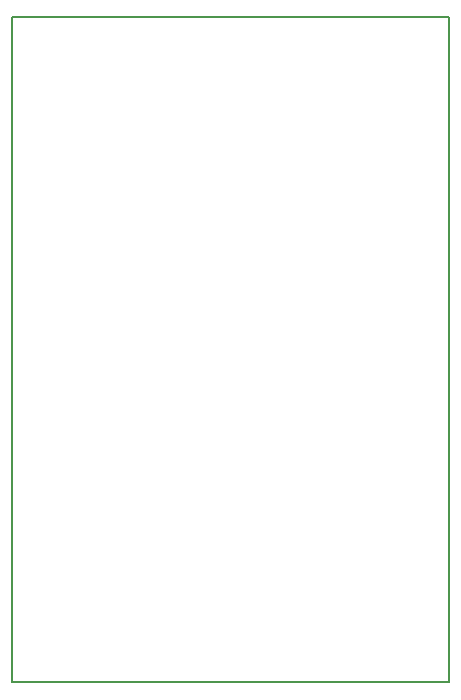
<source format=gko>
%TF.GenerationSoftware,KiCad,Pcbnew,4.0.7*%
%TF.CreationDate,2017-11-15T23:48:28+08:00*%
%TF.ProjectId,Nixie-Tube-with-shiftR,4E697869652D547562652D776974682D,rev?*%
%TF.FileFunction,Profile,NP*%
%FSLAX46Y46*%
G04 Gerber Fmt 4.6, Leading zero omitted, Abs format (unit mm)*
G04 Created by KiCad (PCBNEW 4.0.7) date 11/15/17 23:48:28*
%MOMM*%
%LPD*%
G01*
G04 APERTURE LIST*
%ADD10C,0.100000*%
%ADD11C,0.150000*%
G04 APERTURE END LIST*
D10*
D11*
X0Y0D02*
X500000Y0D01*
X0Y-32450000D02*
X0Y0D01*
X10000Y-56300000D02*
X510000Y-56300000D01*
X0Y-32450000D02*
X0Y-56300000D01*
X37000000Y0D02*
X37000000Y-56300000D01*
X500000Y0D02*
X37000000Y0D01*
X500000Y-56300000D02*
X37000000Y-56300000D01*
M02*

</source>
